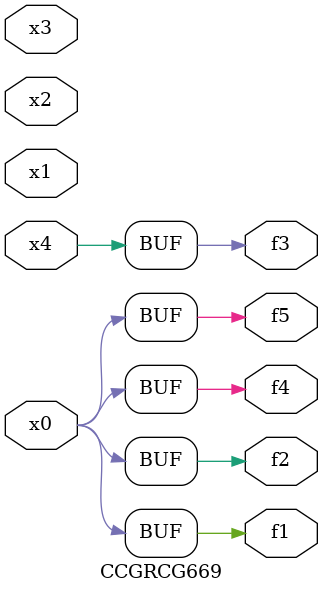
<source format=v>
module CCGRCG669(
	input x0, x1, x2, x3, x4,
	output f1, f2, f3, f4, f5
);
	assign f1 = x0;
	assign f2 = x0;
	assign f3 = x4;
	assign f4 = x0;
	assign f5 = x0;
endmodule

</source>
